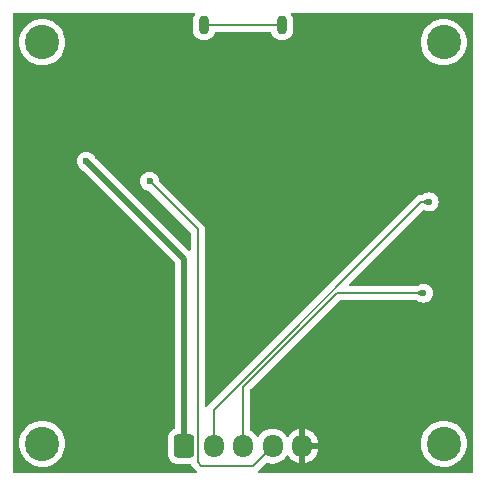
<source format=gbr>
%TF.GenerationSoftware,KiCad,Pcbnew,8.0.6*%
%TF.CreationDate,2024-10-28T16:54:00-06:00*%
%TF.ProjectId,GPS Module,47505320-4d6f-4647-956c-652e6b696361,rev?*%
%TF.SameCoordinates,Original*%
%TF.FileFunction,Copper,L2,Bot*%
%TF.FilePolarity,Positive*%
%FSLAX46Y46*%
G04 Gerber Fmt 4.6, Leading zero omitted, Abs format (unit mm)*
G04 Created by KiCad (PCBNEW 8.0.6) date 2024-10-28 16:54:00*
%MOMM*%
%LPD*%
G01*
G04 APERTURE LIST*
G04 Aperture macros list*
%AMRoundRect*
0 Rectangle with rounded corners*
0 $1 Rounding radius*
0 $2 $3 $4 $5 $6 $7 $8 $9 X,Y pos of 4 corners*
0 Add a 4 corners polygon primitive as box body*
4,1,4,$2,$3,$4,$5,$6,$7,$8,$9,$2,$3,0*
0 Add four circle primitives for the rounded corners*
1,1,$1+$1,$2,$3*
1,1,$1+$1,$4,$5*
1,1,$1+$1,$6,$7*
1,1,$1+$1,$8,$9*
0 Add four rect primitives between the rounded corners*
20,1,$1+$1,$2,$3,$4,$5,0*
20,1,$1+$1,$4,$5,$6,$7,0*
20,1,$1+$1,$6,$7,$8,$9,0*
20,1,$1+$1,$8,$9,$2,$3,0*%
G04 Aperture macros list end*
%TA.AperFunction,ComponentPad*%
%ADD10C,2.900000*%
%TD*%
%TA.AperFunction,ComponentPad*%
%ADD11O,0.900000X1.600000*%
%TD*%
%TA.AperFunction,ComponentPad*%
%ADD12RoundRect,0.250000X-0.600000X-0.725000X0.600000X-0.725000X0.600000X0.725000X-0.600000X0.725000X0*%
%TD*%
%TA.AperFunction,ComponentPad*%
%ADD13O,1.700000X1.950000*%
%TD*%
%TA.AperFunction,ViaPad*%
%ADD14C,0.600000*%
%TD*%
%TA.AperFunction,Conductor*%
%ADD15C,0.200000*%
%TD*%
%TA.AperFunction,Conductor*%
%ADD16C,0.508000*%
%TD*%
G04 APERTURE END LIST*
D10*
%TO.P,REF\u002A\u002A,1*%
%TO.N,N/C*%
X113000000Y-87000000D03*
%TD*%
D11*
%TO.P,J2,6,Shield*%
%TO.N,unconnected-(J2-Shield-Pad6)*%
X126700000Y-51560000D03*
X133300000Y-51560000D03*
%TD*%
D10*
%TO.P,REF\u002A\u002A,1*%
%TO.N,N/C*%
X113000000Y-53000000D03*
%TD*%
%TO.P,REF\u002A\u002A,1*%
%TO.N,N/C*%
X147000000Y-87000000D03*
%TD*%
%TO.P,REF\u002A\u002A,1*%
%TO.N,N/C*%
X147000000Y-53000000D03*
%TD*%
D12*
%TO.P,J3,1,Pin_1*%
%TO.N,Net-(D1-A)*%
X125000000Y-87200000D03*
D13*
%TO.P,J3,2,Pin_2*%
%TO.N,GPSTxd5V*%
X127500000Y-87200000D03*
%TO.P,J3,3,Pin_3*%
%TO.N,GPSRxd5V*%
X130000000Y-87200000D03*
%TO.P,J3,4,Pin_4*%
%TO.N,PPS*%
X132500000Y-87200000D03*
%TO.P,J3,5,Pin_5*%
%TO.N,GND*%
X135000000Y-87200000D03*
%TD*%
D14*
%TO.N,GND*%
X118410000Y-88070000D03*
X112710000Y-82720000D03*
X138680000Y-81980000D03*
X131420000Y-82690000D03*
X128110000Y-80320000D03*
X120910000Y-80300000D03*
X135990000Y-80370000D03*
X120890000Y-63800000D03*
%TO.N,PPS*%
X122080000Y-64770000D03*
%TO.N,GPSTxd5V*%
X145760000Y-66530000D03*
%TO.N,GPSRxd5V*%
X145270000Y-74250000D03*
%TO.N,GND*%
X140190000Y-59460000D03*
X111670000Y-64960000D03*
%TO.N,Net-(D1-A)*%
X116730000Y-63080000D03*
%TO.N,GND*%
X128020000Y-55420000D03*
X119080000Y-55860000D03*
%TD*%
D15*
%TO.N,unconnected-(J2-Shield-Pad6)*%
X133300000Y-51560000D02*
X126700000Y-51560000D01*
%TO.N,PPS*%
X126480000Y-88850000D02*
X130850000Y-88850000D01*
X130850000Y-88850000D02*
X132500000Y-87200000D01*
X126150000Y-88520000D02*
X126480000Y-88850000D01*
X126150000Y-68840000D02*
X126150000Y-88520000D01*
X122080000Y-64770000D02*
X126150000Y-68840000D01*
%TO.N,GPSTxd5V*%
X127500000Y-84104314D02*
X127500000Y-87200000D01*
X145074314Y-66530000D02*
X127500000Y-84104314D01*
X145760000Y-66530000D02*
X145074314Y-66530000D01*
%TO.N,GPSRxd5V*%
X137920000Y-74250000D02*
X130000000Y-82170000D01*
X145270000Y-74250000D02*
X137920000Y-74250000D01*
X130000000Y-82170000D02*
X130000000Y-87200000D01*
D16*
%TO.N,Net-(D1-A)*%
X125000000Y-71360000D02*
X125000000Y-87200000D01*
X116730000Y-63090000D02*
X125000000Y-71360000D01*
D15*
X116730000Y-63080000D02*
X116730000Y-63090000D01*
%TD*%
%TA.AperFunction,Conductor*%
%TO.N,GND*%
G36*
X125865967Y-50520185D02*
G01*
X125911722Y-50572989D01*
X125921666Y-50642147D01*
X125902030Y-50693391D01*
X125857681Y-50759762D01*
X125857676Y-50759771D01*
X125786027Y-50932748D01*
X125786025Y-50932756D01*
X125749500Y-51116379D01*
X125749500Y-52003620D01*
X125786025Y-52187243D01*
X125786027Y-52187251D01*
X125857676Y-52360228D01*
X125857681Y-52360237D01*
X125961697Y-52515907D01*
X125961700Y-52515911D01*
X126094088Y-52648299D01*
X126094092Y-52648302D01*
X126249762Y-52752318D01*
X126249768Y-52752321D01*
X126249769Y-52752322D01*
X126422749Y-52823973D01*
X126606379Y-52860499D01*
X126606383Y-52860500D01*
X126606384Y-52860500D01*
X126793617Y-52860500D01*
X126793618Y-52860499D01*
X126977251Y-52823973D01*
X127150231Y-52752322D01*
X127305908Y-52648302D01*
X127438302Y-52515908D01*
X127542322Y-52360231D01*
X127593347Y-52237047D01*
X127637188Y-52182644D01*
X127703482Y-52160579D01*
X127707908Y-52160500D01*
X132292092Y-52160500D01*
X132359131Y-52180185D01*
X132404886Y-52232989D01*
X132406653Y-52237047D01*
X132457676Y-52360227D01*
X132457681Y-52360237D01*
X132561697Y-52515907D01*
X132561700Y-52515911D01*
X132694088Y-52648299D01*
X132694092Y-52648302D01*
X132849762Y-52752318D01*
X132849768Y-52752321D01*
X132849769Y-52752322D01*
X133022749Y-52823973D01*
X133206379Y-52860499D01*
X133206383Y-52860500D01*
X133206384Y-52860500D01*
X133393617Y-52860500D01*
X133393618Y-52860499D01*
X133577251Y-52823973D01*
X133750231Y-52752322D01*
X133905908Y-52648302D01*
X134038302Y-52515908D01*
X134142322Y-52360231D01*
X134213973Y-52187251D01*
X134250500Y-52003616D01*
X134250500Y-51116384D01*
X134213973Y-50932749D01*
X134142322Y-50759769D01*
X134142321Y-50759768D01*
X134142318Y-50759762D01*
X134097970Y-50693391D01*
X134077092Y-50626714D01*
X134095576Y-50559333D01*
X134147555Y-50512643D01*
X134201072Y-50500500D01*
X149375500Y-50500500D01*
X149442539Y-50520185D01*
X149488294Y-50572989D01*
X149499500Y-50624500D01*
X149499500Y-89375500D01*
X149479815Y-89442539D01*
X149427011Y-89488294D01*
X149375500Y-89499500D01*
X131349099Y-89499500D01*
X131282060Y-89479815D01*
X131236305Y-89427011D01*
X131226361Y-89357853D01*
X131255386Y-89294297D01*
X131261417Y-89287819D01*
X131261418Y-89287818D01*
X131330520Y-89218716D01*
X131330520Y-89218714D01*
X131340728Y-89208507D01*
X131340730Y-89208504D01*
X131921133Y-88628100D01*
X131982454Y-88594617D01*
X132047126Y-88597851D01*
X132183757Y-88642246D01*
X132393713Y-88675500D01*
X132393714Y-88675500D01*
X132606286Y-88675500D01*
X132606287Y-88675500D01*
X132816243Y-88642246D01*
X133018412Y-88576557D01*
X133207816Y-88480051D01*
X133229789Y-88464086D01*
X133379786Y-88355109D01*
X133379788Y-88355106D01*
X133379792Y-88355104D01*
X133530104Y-88204792D01*
X133649991Y-88039779D01*
X133705320Y-87997115D01*
X133774933Y-87991136D01*
X133836729Y-88023741D01*
X133850627Y-88039781D01*
X133970272Y-88204459D01*
X133970276Y-88204464D01*
X134120535Y-88354723D01*
X134120540Y-88354727D01*
X134292442Y-88479620D01*
X134481782Y-88576095D01*
X134683871Y-88641757D01*
X134750000Y-88652231D01*
X134750000Y-87604145D01*
X134816657Y-87642630D01*
X134937465Y-87675000D01*
X135062535Y-87675000D01*
X135183343Y-87642630D01*
X135250000Y-87604145D01*
X135250000Y-88652230D01*
X135316126Y-88641757D01*
X135316129Y-88641757D01*
X135518217Y-88576095D01*
X135707557Y-88479620D01*
X135879459Y-88354727D01*
X135879464Y-88354723D01*
X136029723Y-88204464D01*
X136029727Y-88204459D01*
X136154620Y-88032557D01*
X136251095Y-87843217D01*
X136316757Y-87641130D01*
X136316757Y-87641127D01*
X136347030Y-87450000D01*
X135404146Y-87450000D01*
X135442630Y-87383343D01*
X135475000Y-87262535D01*
X135475000Y-87137465D01*
X135442630Y-87016657D01*
X135433012Y-86999998D01*
X145044518Y-86999998D01*
X145044518Y-87000001D01*
X145064422Y-87278299D01*
X145101774Y-87450000D01*
X145123729Y-87550923D01*
X145157934Y-87642630D01*
X145221231Y-87812338D01*
X145221233Y-87812342D01*
X145354940Y-88057207D01*
X145354945Y-88057215D01*
X145522138Y-88280560D01*
X145522154Y-88280578D01*
X145719421Y-88477845D01*
X145719439Y-88477861D01*
X145942784Y-88645054D01*
X145942792Y-88645059D01*
X146187657Y-88778766D01*
X146187661Y-88778768D01*
X146187663Y-88778769D01*
X146449077Y-88876271D01*
X146585391Y-88905924D01*
X146721700Y-88935577D01*
X146721702Y-88935577D01*
X146721706Y-88935578D01*
X146969014Y-88953265D01*
X146999999Y-88955482D01*
X147000000Y-88955482D01*
X147000001Y-88955482D01*
X147027881Y-88953487D01*
X147278294Y-88935578D01*
X147550923Y-88876271D01*
X147812337Y-88778769D01*
X148057213Y-88645056D01*
X148280568Y-88477855D01*
X148477855Y-88280568D01*
X148645056Y-88057213D01*
X148778769Y-87812337D01*
X148876271Y-87550923D01*
X148935578Y-87278294D01*
X148955482Y-87000000D01*
X148935578Y-86721706D01*
X148876271Y-86449077D01*
X148778769Y-86187663D01*
X148761298Y-86155668D01*
X148645059Y-85942792D01*
X148645054Y-85942784D01*
X148477861Y-85719439D01*
X148477845Y-85719421D01*
X148280578Y-85522154D01*
X148280560Y-85522138D01*
X148057215Y-85354945D01*
X148057207Y-85354940D01*
X147812342Y-85221233D01*
X147812338Y-85221231D01*
X147713230Y-85184266D01*
X147550923Y-85123729D01*
X147550919Y-85123728D01*
X147550916Y-85123727D01*
X147278299Y-85064422D01*
X147000001Y-85044518D01*
X146999999Y-85044518D01*
X146721700Y-85064422D01*
X146449083Y-85123727D01*
X146449078Y-85123728D01*
X146449077Y-85123729D01*
X146385875Y-85147301D01*
X146187661Y-85221231D01*
X146187657Y-85221233D01*
X145942792Y-85354940D01*
X145942784Y-85354945D01*
X145719439Y-85522138D01*
X145719421Y-85522154D01*
X145522154Y-85719421D01*
X145522138Y-85719439D01*
X145354945Y-85942784D01*
X145354940Y-85942792D01*
X145221233Y-86187657D01*
X145221231Y-86187661D01*
X145123727Y-86449083D01*
X145064422Y-86721700D01*
X145044518Y-86999998D01*
X135433012Y-86999998D01*
X135404146Y-86950000D01*
X136347030Y-86950000D01*
X136316757Y-86758872D01*
X136316757Y-86758869D01*
X136251095Y-86556782D01*
X136154620Y-86367442D01*
X136029727Y-86195540D01*
X136029723Y-86195535D01*
X135879464Y-86045276D01*
X135879459Y-86045272D01*
X135707557Y-85920379D01*
X135518215Y-85823903D01*
X135316124Y-85758241D01*
X135250000Y-85747768D01*
X135250000Y-86795854D01*
X135183343Y-86757370D01*
X135062535Y-86725000D01*
X134937465Y-86725000D01*
X134816657Y-86757370D01*
X134750000Y-86795854D01*
X134750000Y-85747768D01*
X134749999Y-85747768D01*
X134683875Y-85758241D01*
X134481784Y-85823903D01*
X134292442Y-85920379D01*
X134120540Y-86045272D01*
X134120535Y-86045276D01*
X133970276Y-86195535D01*
X133970272Y-86195540D01*
X133850627Y-86360218D01*
X133795297Y-86402884D01*
X133725684Y-86408863D01*
X133663889Y-86376257D01*
X133649991Y-86360218D01*
X133530109Y-86195214D01*
X133530105Y-86195209D01*
X133379786Y-86044890D01*
X133207820Y-85919951D01*
X133018414Y-85823444D01*
X133018413Y-85823443D01*
X133018412Y-85823443D01*
X132816243Y-85757754D01*
X132816241Y-85757753D01*
X132816240Y-85757753D01*
X132654957Y-85732208D01*
X132606287Y-85724500D01*
X132393713Y-85724500D01*
X132345042Y-85732208D01*
X132183760Y-85757753D01*
X131981585Y-85823444D01*
X131792179Y-85919951D01*
X131620213Y-86044890D01*
X131469894Y-86195209D01*
X131469890Y-86195214D01*
X131350318Y-86359793D01*
X131294989Y-86402459D01*
X131225375Y-86408438D01*
X131163580Y-86375833D01*
X131149682Y-86359793D01*
X131030109Y-86195214D01*
X131030105Y-86195209D01*
X130879786Y-86044890D01*
X130707815Y-85919948D01*
X130707814Y-85919947D01*
X130668205Y-85899765D01*
X130617409Y-85851791D01*
X130600500Y-85789281D01*
X130600500Y-82470097D01*
X130620185Y-82403058D01*
X130636819Y-82382416D01*
X138132416Y-74886819D01*
X138193739Y-74853334D01*
X138220097Y-74850500D01*
X144590162Y-74850500D01*
X144607877Y-74851771D01*
X144731470Y-74869613D01*
X144779722Y-74887346D01*
X144920478Y-74975789D01*
X145090745Y-75035368D01*
X145090750Y-75035369D01*
X145269996Y-75055565D01*
X145270000Y-75055565D01*
X145270004Y-75055565D01*
X145449249Y-75035369D01*
X145449252Y-75035368D01*
X145449255Y-75035368D01*
X145619522Y-74975789D01*
X145772262Y-74879816D01*
X145899816Y-74752262D01*
X145995789Y-74599522D01*
X146055368Y-74429255D01*
X146075565Y-74250000D01*
X146055368Y-74070745D01*
X145995789Y-73900478D01*
X145899816Y-73747738D01*
X145772262Y-73620184D01*
X145703553Y-73577011D01*
X145619523Y-73524211D01*
X145449254Y-73464631D01*
X145449249Y-73464630D01*
X145270004Y-73444435D01*
X145269996Y-73444435D01*
X145090750Y-73464630D01*
X145090745Y-73464631D01*
X144920476Y-73524211D01*
X144779728Y-73612650D01*
X144731474Y-73630384D01*
X144700486Y-73634857D01*
X144607864Y-73648228D01*
X144590158Y-73649500D01*
X139103411Y-73649500D01*
X139036372Y-73629815D01*
X138990617Y-73577011D01*
X138980673Y-73507853D01*
X139009698Y-73444297D01*
X139015730Y-73437819D01*
X139209767Y-73243780D01*
X145209921Y-67243626D01*
X145271242Y-67210143D01*
X145340934Y-67215127D01*
X145363566Y-67226312D01*
X145410476Y-67255788D01*
X145410478Y-67255789D01*
X145580745Y-67315368D01*
X145580750Y-67315369D01*
X145759996Y-67335565D01*
X145760000Y-67335565D01*
X145760004Y-67335565D01*
X145939249Y-67315369D01*
X145939252Y-67315368D01*
X145939255Y-67315368D01*
X146109522Y-67255789D01*
X146262262Y-67159816D01*
X146389816Y-67032262D01*
X146485789Y-66879522D01*
X146545368Y-66709255D01*
X146565565Y-66530000D01*
X146545368Y-66350745D01*
X146485789Y-66180478D01*
X146389816Y-66027738D01*
X146262262Y-65900184D01*
X146250272Y-65892650D01*
X146109523Y-65804211D01*
X145939254Y-65744631D01*
X145939249Y-65744630D01*
X145760004Y-65724435D01*
X145759996Y-65724435D01*
X145580750Y-65744630D01*
X145580745Y-65744631D01*
X145410476Y-65804211D01*
X145269728Y-65892650D01*
X145221474Y-65910384D01*
X145190486Y-65914857D01*
X145097864Y-65928228D01*
X145080158Y-65929500D01*
X144995256Y-65929500D01*
X144842529Y-65970423D01*
X144842528Y-65970423D01*
X144842526Y-65970424D01*
X144842523Y-65970425D01*
X144807380Y-65990716D01*
X144807378Y-65990717D01*
X144705604Y-66049475D01*
X144705596Y-66049481D01*
X127019481Y-83735596D01*
X127019477Y-83735601D01*
X126981887Y-83800711D01*
X126931321Y-83848926D01*
X126862714Y-83862150D01*
X126797849Y-83836182D01*
X126757320Y-83779268D01*
X126750500Y-83738711D01*
X126750500Y-68760945D01*
X126750500Y-68760943D01*
X126709577Y-68608216D01*
X126709577Y-68608215D01*
X126709577Y-68608214D01*
X126680639Y-68558095D01*
X126680637Y-68558092D01*
X126630520Y-68471284D01*
X126518716Y-68359480D01*
X126518715Y-68359479D01*
X126514385Y-68355149D01*
X126514374Y-68355139D01*
X122910700Y-64751465D01*
X122877215Y-64690142D01*
X122875163Y-64677686D01*
X122865368Y-64590745D01*
X122805789Y-64420478D01*
X122709816Y-64267738D01*
X122582262Y-64140184D01*
X122429523Y-64044211D01*
X122259254Y-63984631D01*
X122259249Y-63984630D01*
X122080004Y-63964435D01*
X122079996Y-63964435D01*
X121900750Y-63984630D01*
X121900745Y-63984631D01*
X121730476Y-64044211D01*
X121577737Y-64140184D01*
X121450184Y-64267737D01*
X121354211Y-64420476D01*
X121294631Y-64590745D01*
X121294630Y-64590750D01*
X121274435Y-64769996D01*
X121274435Y-64770003D01*
X121294630Y-64949249D01*
X121294631Y-64949254D01*
X121354211Y-65119523D01*
X121450184Y-65272262D01*
X121577738Y-65399816D01*
X121730478Y-65495789D01*
X121900745Y-65555368D01*
X121987669Y-65565161D01*
X122052080Y-65592226D01*
X122061465Y-65600700D01*
X125513181Y-69052416D01*
X125546666Y-69113739D01*
X125549500Y-69140097D01*
X125549500Y-70543113D01*
X125529815Y-70610152D01*
X125477011Y-70655907D01*
X125407853Y-70665851D01*
X125344297Y-70636826D01*
X125337819Y-70630794D01*
X117485644Y-62778619D01*
X117459215Y-62736556D01*
X117458810Y-62736752D01*
X117457075Y-62733149D01*
X117456282Y-62731887D01*
X117455789Y-62730478D01*
X117359816Y-62577738D01*
X117232262Y-62450184D01*
X117079523Y-62354211D01*
X116909254Y-62294631D01*
X116909249Y-62294630D01*
X116730004Y-62274435D01*
X116729996Y-62274435D01*
X116550750Y-62294630D01*
X116550745Y-62294631D01*
X116380476Y-62354211D01*
X116227737Y-62450184D01*
X116100184Y-62577737D01*
X116004211Y-62730476D01*
X115944631Y-62900745D01*
X115944630Y-62900750D01*
X115924435Y-63079996D01*
X115924435Y-63080003D01*
X115944630Y-63259249D01*
X115944631Y-63259254D01*
X116004211Y-63429523D01*
X116100184Y-63582262D01*
X116227738Y-63709816D01*
X116364039Y-63795459D01*
X116385746Y-63812771D01*
X124209181Y-71636205D01*
X124242666Y-71697528D01*
X124245500Y-71723886D01*
X124245500Y-85646024D01*
X124225815Y-85713063D01*
X124173011Y-85758818D01*
X124160508Y-85763728D01*
X124083397Y-85789281D01*
X124080666Y-85790186D01*
X124080663Y-85790187D01*
X123931342Y-85882289D01*
X123807289Y-86006342D01*
X123715187Y-86155663D01*
X123715186Y-86155666D01*
X123660001Y-86322203D01*
X123660001Y-86322204D01*
X123660000Y-86322204D01*
X123649500Y-86424983D01*
X123649500Y-87975001D01*
X123649501Y-87975018D01*
X123660000Y-88077796D01*
X123660001Y-88077799D01*
X123701973Y-88204459D01*
X123715186Y-88244334D01*
X123807288Y-88393656D01*
X123931344Y-88517712D01*
X124080666Y-88609814D01*
X124247203Y-88664999D01*
X124349991Y-88675500D01*
X125475970Y-88675499D01*
X125543009Y-88695184D01*
X125586090Y-88744901D01*
X125586359Y-88744746D01*
X125587164Y-88746141D01*
X125588764Y-88747987D01*
X125590400Y-88751745D01*
X125619358Y-88801900D01*
X125619359Y-88801904D01*
X125619360Y-88801904D01*
X125669479Y-88888714D01*
X125669481Y-88888717D01*
X125788349Y-89007585D01*
X125788355Y-89007590D01*
X125995139Y-89214374D01*
X125995149Y-89214385D01*
X125999479Y-89218715D01*
X125999480Y-89218716D01*
X126068584Y-89287820D01*
X126102068Y-89349141D01*
X126097084Y-89418833D01*
X126055213Y-89474767D01*
X125989749Y-89499184D01*
X125980902Y-89499500D01*
X110624500Y-89499500D01*
X110557461Y-89479815D01*
X110511706Y-89427011D01*
X110500500Y-89375500D01*
X110500500Y-86999998D01*
X111044518Y-86999998D01*
X111044518Y-87000001D01*
X111064422Y-87278299D01*
X111101774Y-87450000D01*
X111123729Y-87550923D01*
X111157934Y-87642630D01*
X111221231Y-87812338D01*
X111221233Y-87812342D01*
X111354940Y-88057207D01*
X111354945Y-88057215D01*
X111522138Y-88280560D01*
X111522154Y-88280578D01*
X111719421Y-88477845D01*
X111719439Y-88477861D01*
X111942784Y-88645054D01*
X111942792Y-88645059D01*
X112187657Y-88778766D01*
X112187661Y-88778768D01*
X112187663Y-88778769D01*
X112449077Y-88876271D01*
X112585391Y-88905924D01*
X112721700Y-88935577D01*
X112721702Y-88935577D01*
X112721706Y-88935578D01*
X112969014Y-88953265D01*
X112999999Y-88955482D01*
X113000000Y-88955482D01*
X113000001Y-88955482D01*
X113027881Y-88953487D01*
X113278294Y-88935578D01*
X113550923Y-88876271D01*
X113812337Y-88778769D01*
X114057213Y-88645056D01*
X114280568Y-88477855D01*
X114477855Y-88280568D01*
X114645056Y-88057213D01*
X114778769Y-87812337D01*
X114876271Y-87550923D01*
X114935578Y-87278294D01*
X114955482Y-87000000D01*
X114935578Y-86721706D01*
X114876271Y-86449077D01*
X114778769Y-86187663D01*
X114761298Y-86155668D01*
X114645059Y-85942792D01*
X114645054Y-85942784D01*
X114477861Y-85719439D01*
X114477845Y-85719421D01*
X114280578Y-85522154D01*
X114280560Y-85522138D01*
X114057215Y-85354945D01*
X114057207Y-85354940D01*
X113812342Y-85221233D01*
X113812338Y-85221231D01*
X113713230Y-85184266D01*
X113550923Y-85123729D01*
X113550919Y-85123728D01*
X113550916Y-85123727D01*
X113278299Y-85064422D01*
X113000001Y-85044518D01*
X112999999Y-85044518D01*
X112721700Y-85064422D01*
X112449083Y-85123727D01*
X112449078Y-85123728D01*
X112449077Y-85123729D01*
X112385875Y-85147301D01*
X112187661Y-85221231D01*
X112187657Y-85221233D01*
X111942792Y-85354940D01*
X111942784Y-85354945D01*
X111719439Y-85522138D01*
X111719421Y-85522154D01*
X111522154Y-85719421D01*
X111522138Y-85719439D01*
X111354945Y-85942784D01*
X111354940Y-85942792D01*
X111221233Y-86187657D01*
X111221231Y-86187661D01*
X111123727Y-86449083D01*
X111064422Y-86721700D01*
X111044518Y-86999998D01*
X110500500Y-86999998D01*
X110500500Y-52999998D01*
X111044518Y-52999998D01*
X111044518Y-53000001D01*
X111064422Y-53278299D01*
X111123727Y-53550916D01*
X111123729Y-53550923D01*
X111184266Y-53713230D01*
X111221231Y-53812338D01*
X111221233Y-53812342D01*
X111354940Y-54057207D01*
X111354945Y-54057215D01*
X111522138Y-54280560D01*
X111522154Y-54280578D01*
X111719421Y-54477845D01*
X111719439Y-54477861D01*
X111942784Y-54645054D01*
X111942792Y-54645059D01*
X112187657Y-54778766D01*
X112187661Y-54778768D01*
X112187663Y-54778769D01*
X112449077Y-54876271D01*
X112585391Y-54905924D01*
X112721700Y-54935577D01*
X112721702Y-54935577D01*
X112721706Y-54935578D01*
X112969014Y-54953265D01*
X112999999Y-54955482D01*
X113000000Y-54955482D01*
X113000001Y-54955482D01*
X113027881Y-54953487D01*
X113278294Y-54935578D01*
X113550923Y-54876271D01*
X113812337Y-54778769D01*
X114057213Y-54645056D01*
X114280568Y-54477855D01*
X114477855Y-54280568D01*
X114645056Y-54057213D01*
X114778769Y-53812337D01*
X114876271Y-53550923D01*
X114935578Y-53278294D01*
X114955482Y-53000000D01*
X114955482Y-52999998D01*
X145044518Y-52999998D01*
X145044518Y-53000001D01*
X145064422Y-53278299D01*
X145123727Y-53550916D01*
X145123729Y-53550923D01*
X145184266Y-53713230D01*
X145221231Y-53812338D01*
X145221233Y-53812342D01*
X145354940Y-54057207D01*
X145354945Y-54057215D01*
X145522138Y-54280560D01*
X145522154Y-54280578D01*
X145719421Y-54477845D01*
X145719439Y-54477861D01*
X145942784Y-54645054D01*
X145942792Y-54645059D01*
X146187657Y-54778766D01*
X146187661Y-54778768D01*
X146187663Y-54778769D01*
X146449077Y-54876271D01*
X146585391Y-54905924D01*
X146721700Y-54935577D01*
X146721702Y-54935577D01*
X146721706Y-54935578D01*
X146969014Y-54953265D01*
X146999999Y-54955482D01*
X147000000Y-54955482D01*
X147000001Y-54955482D01*
X147027881Y-54953487D01*
X147278294Y-54935578D01*
X147550923Y-54876271D01*
X147812337Y-54778769D01*
X148057213Y-54645056D01*
X148280568Y-54477855D01*
X148477855Y-54280568D01*
X148645056Y-54057213D01*
X148778769Y-53812337D01*
X148876271Y-53550923D01*
X148935578Y-53278294D01*
X148955482Y-53000000D01*
X148935578Y-52721706D01*
X148876271Y-52449077D01*
X148778769Y-52187663D01*
X148776028Y-52182644D01*
X148645059Y-51942792D01*
X148645054Y-51942784D01*
X148477861Y-51719439D01*
X148477845Y-51719421D01*
X148280578Y-51522154D01*
X148280560Y-51522138D01*
X148057215Y-51354945D01*
X148057207Y-51354940D01*
X147812342Y-51221233D01*
X147812338Y-51221231D01*
X147713230Y-51184266D01*
X147550923Y-51123729D01*
X147550919Y-51123728D01*
X147550916Y-51123727D01*
X147278299Y-51064422D01*
X147000001Y-51044518D01*
X146999999Y-51044518D01*
X146721700Y-51064422D01*
X146449083Y-51123727D01*
X146449078Y-51123728D01*
X146449077Y-51123729D01*
X146385875Y-51147301D01*
X146187661Y-51221231D01*
X146187657Y-51221233D01*
X145942792Y-51354940D01*
X145942784Y-51354945D01*
X145719439Y-51522138D01*
X145719421Y-51522154D01*
X145522154Y-51719421D01*
X145522138Y-51719439D01*
X145354945Y-51942784D01*
X145354940Y-51942792D01*
X145221233Y-52187657D01*
X145221231Y-52187661D01*
X145123727Y-52449083D01*
X145064422Y-52721700D01*
X145044518Y-52999998D01*
X114955482Y-52999998D01*
X114935578Y-52721706D01*
X114876271Y-52449077D01*
X114778769Y-52187663D01*
X114776028Y-52182644D01*
X114645059Y-51942792D01*
X114645054Y-51942784D01*
X114477861Y-51719439D01*
X114477845Y-51719421D01*
X114280578Y-51522154D01*
X114280560Y-51522138D01*
X114057215Y-51354945D01*
X114057207Y-51354940D01*
X113812342Y-51221233D01*
X113812338Y-51221231D01*
X113713230Y-51184266D01*
X113550923Y-51123729D01*
X113550919Y-51123728D01*
X113550916Y-51123727D01*
X113278299Y-51064422D01*
X113000001Y-51044518D01*
X112999999Y-51044518D01*
X112721700Y-51064422D01*
X112449083Y-51123727D01*
X112449078Y-51123728D01*
X112449077Y-51123729D01*
X112385875Y-51147301D01*
X112187661Y-51221231D01*
X112187657Y-51221233D01*
X111942792Y-51354940D01*
X111942784Y-51354945D01*
X111719439Y-51522138D01*
X111719421Y-51522154D01*
X111522154Y-51719421D01*
X111522138Y-51719439D01*
X111354945Y-51942784D01*
X111354940Y-51942792D01*
X111221233Y-52187657D01*
X111221231Y-52187661D01*
X111123727Y-52449083D01*
X111064422Y-52721700D01*
X111044518Y-52999998D01*
X110500500Y-52999998D01*
X110500500Y-50624500D01*
X110520185Y-50557461D01*
X110572989Y-50511706D01*
X110624500Y-50500500D01*
X125798928Y-50500500D01*
X125865967Y-50520185D01*
G37*
%TD.AperFunction*%
%TD*%
%TA.AperFunction,Conductor*%
%TO.N,GPSTxd5V*%
G36*
X145509894Y-66382086D02*
G01*
X145743886Y-66519919D01*
X145749275Y-66527071D01*
X145748029Y-66535938D01*
X145743886Y-66540081D01*
X145509894Y-66677913D01*
X145502284Y-66679412D01*
X145170028Y-66631447D01*
X145162330Y-66626873D01*
X145160000Y-66619867D01*
X145160000Y-66440132D01*
X145163427Y-66431859D01*
X145170027Y-66428552D01*
X145502285Y-66380587D01*
X145509894Y-66382086D01*
G37*
%TD.AperFunction*%
%TD*%
%TA.AperFunction,Conductor*%
%TO.N,GPSRxd5V*%
G36*
X145019894Y-74102086D02*
G01*
X145253886Y-74239919D01*
X145259275Y-74247071D01*
X145258029Y-74255938D01*
X145253886Y-74260081D01*
X145019894Y-74397913D01*
X145012284Y-74399412D01*
X144680028Y-74351447D01*
X144672330Y-74346873D01*
X144670000Y-74339867D01*
X144670000Y-74160132D01*
X144673427Y-74151859D01*
X144680027Y-74148552D01*
X145012285Y-74100587D01*
X145019894Y-74102086D01*
G37*
%TD.AperFunction*%
%TD*%
M02*

</source>
